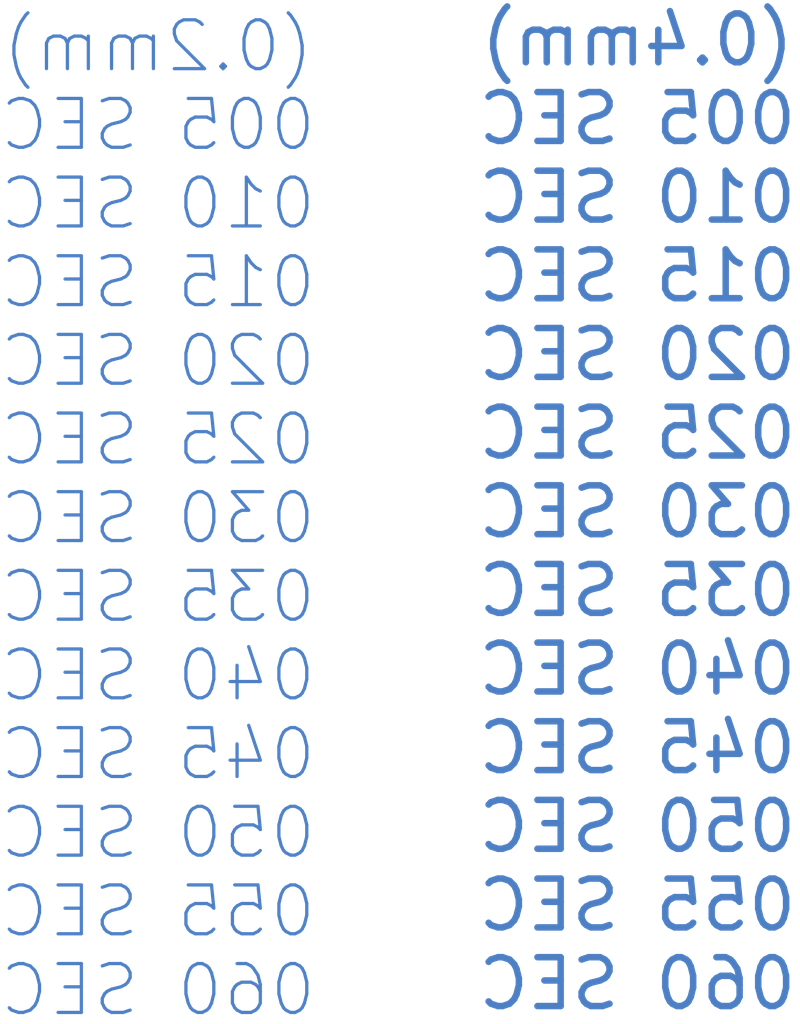
<source format=kicad_pcb>
(kicad_pcb (version 20170922) (host pcbnew "(2017-11-15 revision 370c3b068)-master")

  (general
    (thickness 1.6)
    (drawings 2)
    (tracks 0)
    (zones 0)
    (modules 0)
    (nets 1)
  )

  (page A4)
  (layers
    (0 F.Cu signal)
    (31 B.Cu signal)
    (32 B.Adhes user)
    (33 F.Adhes user)
    (34 B.Paste user)
    (35 F.Paste user)
    (36 B.SilkS user)
    (37 F.SilkS user)
    (38 B.Mask user)
    (39 F.Mask user)
    (40 Dwgs.User user)
    (41 Cmts.User user)
    (42 Eco1.User user)
    (43 Eco2.User user)
    (44 Edge.Cuts user)
    (45 Margin user)
    (46 B.CrtYd user)
    (47 F.CrtYd user)
    (48 B.Fab user)
    (49 F.Fab user)
  )

  (setup
    (last_trace_width 0.25)
    (trace_clearance 0.2)
    (zone_clearance 0.508)
    (zone_45_only no)
    (trace_min 0.2)
    (segment_width 0.2)
    (edge_width 0.15)
    (via_size 0.8)
    (via_drill 0.4)
    (via_min_size 0.4)
    (via_min_drill 0.3)
    (uvia_size 0.3)
    (uvia_drill 0.1)
    (uvias_allowed no)
    (uvia_min_size 0.2)
    (uvia_min_drill 0.1)
    (pcb_text_width 0.3)
    (pcb_text_size 1.5 1.5)
    (mod_edge_width 0.15)
    (mod_text_size 1 1)
    (mod_text_width 0.15)
    (pad_size 1.524 1.524)
    (pad_drill 0.762)
    (pad_to_mask_clearance 0.2)
    (aux_axis_origin 0 0)
    (visible_elements FFFFFF7F)
    (pcbplotparams
      (layerselection 0x00000_fffffffe)
      (usegerberextensions false)
      (usegerberattributes true)
      (usegerberadvancedattributes true)
      (creategerberjobfile true)
      (excludeedgelayer true)
      (linewidth 0.100000)
      (plotframeref false)
      (viasonmask false)
      (mode 1)
      (useauxorigin false)
      (hpglpennumber 1)
      (hpglpenspeed 20)
      (hpglpendiameter 15)
      (psnegative true)
      (psa4output false)
      (plotreference true)
      (plotvalue true)
      (plotinvisibletext false)
      (padsonsilk false)
      (subtractmaskfromsilk false)
      (outputformat 4)
      (mirror false)
      (drillshape 0)
      (scaleselection 1)
      (outputdirectory ""))
  )

  (net 0 "")

  (net_class Default "This is the default net class."
    (clearance 0.2)
    (trace_width 0.25)
    (via_dia 0.8)
    (via_drill 0.4)
    (uvia_dia 0.3)
    (uvia_drill 0.1)
  )

  (gr_text "(0.2mm)\n005 SEC\n010 SEC\n015 SEC\n020 SEC\n025 SEC\n030 SEC\n035 SEC\n040 SEC\n045 SEC\n050 SEC\n055 SEC\n060 SEC" (at 45.593 70.739) (layer B.Cu) (tstamp 5A70B520)
    (effects (font (size 3 3) (thickness 0.2)) (justify mirror))
  )
  (gr_text "(0.4mm)\n005 SEC\n010 SEC\n015 SEC\n020 SEC\n025 SEC\n030 SEC\n035 SEC\n040 SEC\n045 SEC\n050 SEC\n055 SEC\n060 SEC" (at 75.057 70.358) (layer B.Cu)
    (effects (font (size 3 3) (thickness 0.4)) (justify mirror))
  )

)

</source>
